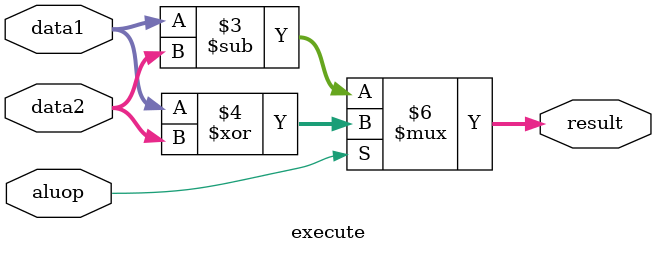
<source format=v>
`timescale 1ns / 1ps
module execute(
    input [31:0] data1,
    input [31:0] data2,
    input aluop,
    output reg [31:0] result
    );
    
    always @ (*)
     if (aluop == 0)
      result <= data1 - data2;
     else 
      result <= data1 ^ data2; 
endmodule

</source>
